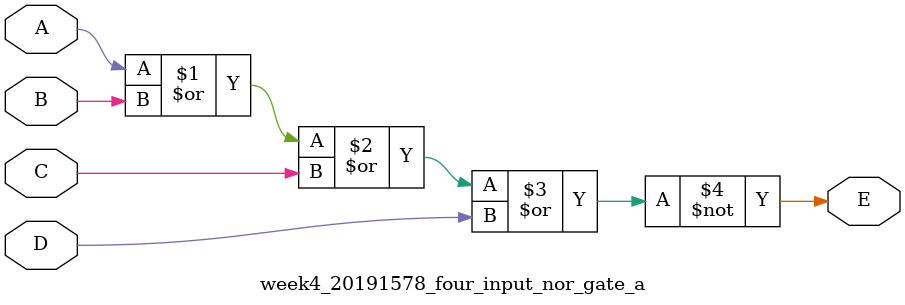
<source format=v>
`timescale 1ns / 1ps


module week4_20191578_four_input_nor_gate_a(
    input A,
    input B,
    input C,
    input D,
    output E
    );
    assign E = ~(A|B|C|D);
endmodule

</source>
